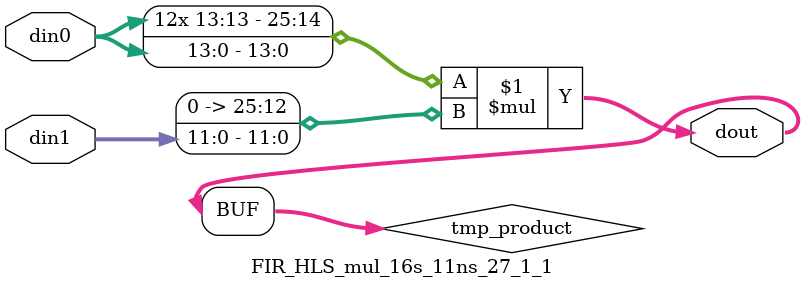
<source format=v>

`timescale 1 ns / 1 ps

 module FIR_HLS_mul_16s_11ns_27_1_1(din0, din1, dout);
parameter ID = 1;
parameter NUM_STAGE = 0;
parameter din0_WIDTH = 14;
parameter din1_WIDTH = 12;
parameter dout_WIDTH = 26;

input [din0_WIDTH - 1 : 0] din0; 
input [din1_WIDTH - 1 : 0] din1; 
output [dout_WIDTH - 1 : 0] dout;

wire signed [dout_WIDTH - 1 : 0] tmp_product;


























assign tmp_product = $signed(din0) * $signed({1'b0, din1});









assign dout = tmp_product;





















endmodule

</source>
